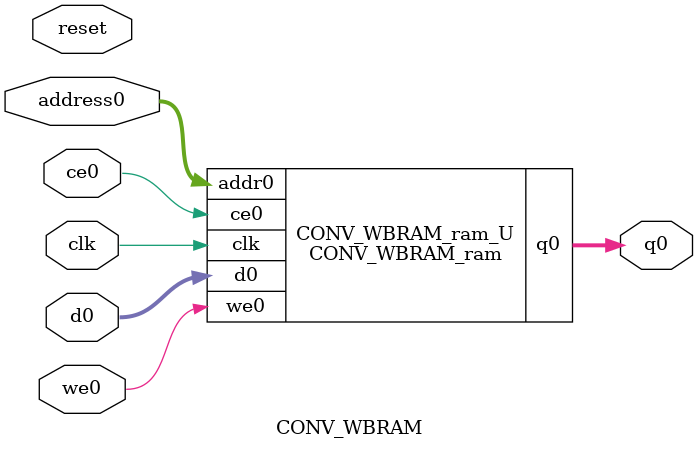
<source format=v>
`timescale 1 ns / 1 ps
module CONV_WBRAM_ram (addr0, ce0, d0, we0, q0,  clk);

parameter DWIDTH = 8;
parameter AWIDTH = 4;
parameter MEM_SIZE = 9;

input[AWIDTH-1:0] addr0;
input ce0;
input[DWIDTH-1:0] d0;
input we0;
output reg[DWIDTH-1:0] q0;
input clk;

(* ram_style = "distributed" *)reg [DWIDTH-1:0] ram[0:MEM_SIZE-1];




always @(posedge clk)  
begin 
    if (ce0) 
    begin
        if (we0) 
        begin 
            ram[addr0] <= d0; 
        end 
        q0 <= ram[addr0];
    end
end


endmodule

`timescale 1 ns / 1 ps
module CONV_WBRAM(
    reset,
    clk,
    address0,
    ce0,
    we0,
    d0,
    q0);

parameter DataWidth = 32'd8;
parameter AddressRange = 32'd9;
parameter AddressWidth = 32'd4;
input reset;
input clk;
input[AddressWidth - 1:0] address0;
input ce0;
input we0;
input[DataWidth - 1:0] d0;
output[DataWidth - 1:0] q0;



CONV_WBRAM_ram CONV_WBRAM_ram_U(
    .clk( clk ),
    .addr0( address0 ),
    .ce0( ce0 ),
    .we0( we0 ),
    .d0( d0 ),
    .q0( q0 ));

endmodule


</source>
